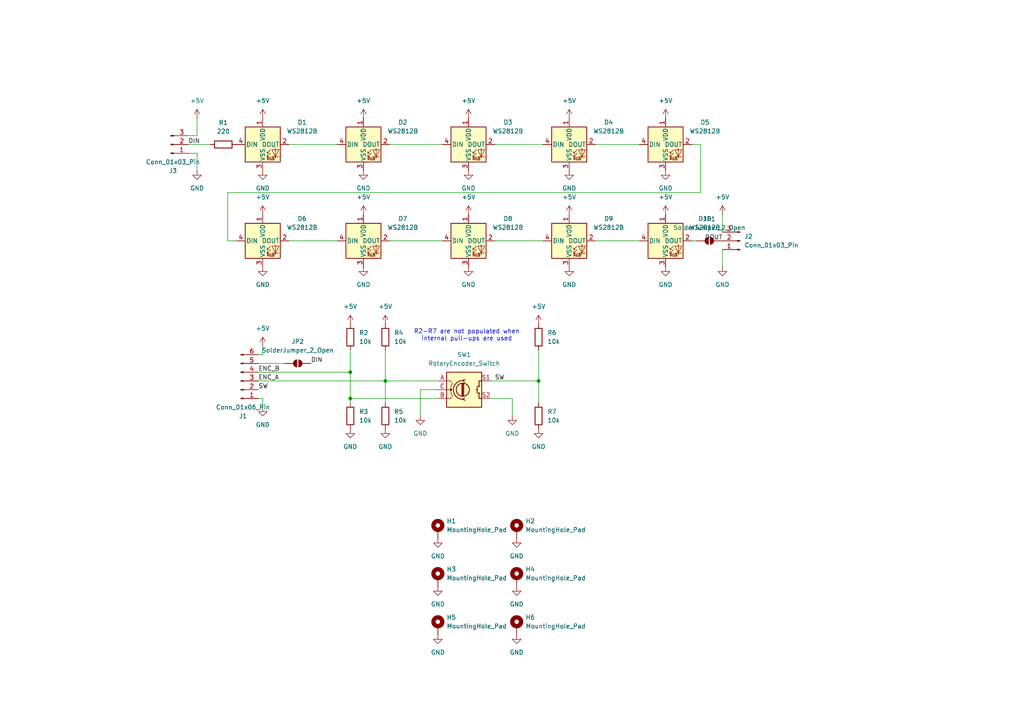
<source format=kicad_sch>
(kicad_sch (version 20250114) (generator "eeschema") (generator_version "9.0")
  (paper "A4")
  (lib_symbols
    (symbol "Connector:Conn_01x03_Pin" (pin_names (offset 1.016) (hide yes))
      (property "Reference" "J" (at 0 5.08 0))
      (property "Value" "Conn_01x03_Pin" (at 0 -5.08 0))
      (symbol "Conn_01x03_Pin_1_1"
        (rectangle (start 0.8636 2.667) (end 0 2.413) (stroke (width 0.1524)) (fill (type outline)))
        (rectangle (start 0.8636 0.127) (end 0 -0.127) (stroke (width 0.1524)) (fill (type outline)))
        (rectangle (start 0.8636 -2.413) (end 0 -2.667) (stroke (width 0.1524)) (fill (type outline)))
        (polyline (pts (xy 1.27 2.54) (xy 0.8636 2.54)) (stroke (width 0.1524)))
        (polyline (pts (xy 1.27 0) (xy 0.8636 0)) (stroke (width 0.1524)))
        (polyline (pts (xy 1.27 -2.54) (xy 0.8636 -2.54)) (stroke (width 0.1524)))
        (pin passive line (at 5.08 2.54 180) (length 3.81) (name "Pin_1") (number "1"))
        (pin passive line (at 5.08 0 180) (length 3.81) (name "Pin_2") (number "2"))
        (pin passive line (at 5.08 -2.54 180) (length 3.81) (name "Pin_3") (number "3"))
      )
    )
    (symbol "Connector:Conn_01x06_Pin" (pin_names (offset 1.016) (hide yes))
      (property "Reference" "J" (at 0 7.62 0))
      (property "Value" "Conn_01x06_Pin" (at 0 -10.16 0))
      (symbol "Conn_01x06_Pin_1_1"
        (rectangle (start 0.8636 5.207) (end 0 4.953) (stroke (width 0.1524)) (fill (type outline)))
        (rectangle (start 0.8636 2.667) (end 0 2.413) (stroke (width 0.1524)) (fill (type outline)))
        (rectangle (start 0.8636 0.127) (end 0 -0.127) (stroke (width 0.1524)) (fill (type outline)))
        (rectangle (start 0.8636 -2.413) (end 0 -2.667) (stroke (width 0.1524)) (fill (type outline)))
        (rectangle (start 0.8636 -4.953) (end 0 -5.207) (stroke (width 0.1524)) (fill (type outline)))
        (rectangle (start 0.8636 -7.493) (end 0 -7.747) (stroke (width 0.1524)) (fill (type outline)))
        (polyline (pts (xy 1.27 5.08) (xy 0.8636 5.08)) (stroke (width 0.1524)))
        (polyline (pts (xy 1.27 2.54) (xy 0.8636 2.54)) (stroke (width 0.1524)))
        (polyline (pts (xy 1.27 0) (xy 0.8636 0)) (stroke (width 0.1524)))
        (polyline (pts (xy 1.27 -2.54) (xy 0.8636 -2.54)) (stroke (width 0.1524)))
        (polyline (pts (xy 1.27 -5.08) (xy 0.8636 -5.08)) (stroke (width 0.1524)))
        (polyline (pts (xy 1.27 -7.62) (xy 0.8636 -7.62)) (stroke (width 0.1524)))
        (pin passive line (at 5.08 5.08 180) (length 3.81) (name "Pin_1") (number "1"))
        (pin passive line (at 5.08 2.54 180) (length 3.81) (name "Pin_2") (number "2"))
        (pin passive line (at 5.08 0 180) (length 3.81) (name "Pin_3") (number "3"))
        (pin passive line (at 5.08 -2.54 180) (length 3.81) (name "Pin_4") (number "4"))
        (pin passive line (at 5.08 -5.08 180) (length 3.81) (name "Pin_5") (number "5"))
        (pin passive line (at 5.08 -7.62 180) (length 3.81) (name "Pin_6") (number "6"))
      )
    )
    (symbol "Device:R" (pin_numbers (hide yes)) (pin_names (offset 0))
      (property "Reference" "R" (at 2.032 0 90))
      (property "Value" "R" (at 0 0 90))
      (symbol "R_0_1"
        (rectangle (start -1.016 -2.54) (end 1.016 2.54) (stroke (width 0.254)))
      )
      (symbol "R_1_1"
        (pin passive line (at 0 3.81 270) (length 1.27) (name "~") (number "1"))
        (pin passive line (at 0 -3.81 90) (length 1.27) (name "~") (number "2"))
      )
    )
    (symbol "Device:RotaryEncoder_Switch" (pin_names (offset 0.254) (hide yes))
      (property "Reference" "SW" (at 0 6.604 0))
      (property "Value" "RotaryEncoder_Switch" (at 0 -6.604 0))
      (symbol "RotaryEncoder_Switch_0_1"
        (rectangle (start -5.08 5.08) (end 5.08 -5.08) (stroke (width 0.254)) (fill (type background)))
        (polyline (pts (xy -5.08 2.54) (xy -3.81 2.54) (xy -3.81 2.032)))
        (polyline (pts (xy -5.08 0) (xy -3.81 0) (xy -3.81 -1.016) (xy -3.302 -2.032)))
        (polyline (pts (xy -5.08 -2.54) (xy -3.81 -2.54) (xy -3.81 -2.032)))
        (polyline (pts (xy -4.318 0) (xy -3.81 0) (xy -3.81 1.016) (xy -3.302 2.032)))
        (circle (center -3.81 0) (radius 0.254) (fill (type outline)))
        (polyline (pts (xy -0.635 -1.778) (xy -0.635 1.778)) (stroke (width 0.254)))
        (circle (center -0.381 0) (radius 1.905) (stroke (width 0.254)))
        (polyline (pts (xy -0.381 -1.778) (xy -0.381 1.778)) (stroke (width 0.254)))
        (arc (start -0.381 -2.794) (mid -3.0988 -0.0635) (end -0.381 2.667) (stroke (width 0.254)))
        (polyline (pts (xy -0.127 1.778) (xy -0.127 -1.778)) (stroke (width 0.254)))
        (polyline (pts (xy 0.254 2.921) (xy -0.508 2.667) (xy 0.127 2.286)) (stroke (width 0.254)))
        (polyline (pts (xy 0.254 -3.048) (xy -0.508 -2.794) (xy 0.127 -2.413)) (stroke (width 0.254)))
        (polyline (pts (xy 3.81 1.016) (xy 3.81 -1.016)) (stroke (width 0.254)))
        (polyline (pts (xy 3.81 0) (xy 3.429 0)) (stroke (width 0.254)))
        (circle (center 4.318 1.016) (radius 0.127) (stroke (width 0.254)))
        (circle (center 4.318 -1.016) (radius 0.127) (stroke (width 0.254)))
        (polyline (pts (xy 5.08 2.54) (xy 4.318 2.54) (xy 4.318 1.016)) (stroke (width 0.254)))
        (polyline (pts (xy 5.08 -2.54) (xy 4.318 -2.54) (xy 4.318 -1.016)) (stroke (width 0.254)))
      )
      (symbol "RotaryEncoder_Switch_1_1"
        (pin passive line (at -7.62 2.54 0) (length 2.54) (name "A") (number "A"))
        (pin passive line (at -7.62 0 0) (length 2.54) (name "C") (number "C"))
        (pin passive line (at -7.62 -2.54 0) (length 2.54) (name "B") (number "B"))
        (pin passive line (at 7.62 2.54 180) (length 2.54) (name "S1") (number "S1"))
        (pin passive line (at 7.62 -2.54 180) (length 2.54) (name "S2") (number "S2"))
      )
    )
    (symbol "Jumper:SolderJumper_2_Open" (pin_numbers (hide yes)) (pin_names (offset 0) (hide yes)) (in_bom no)
      (property "Reference" "JP" (at 0 2.032 0))
      (property "Value" "SolderJumper_2_Open" (at 0 -2.54 0))
      (symbol "SolderJumper_2_Open_0_1"
        (polyline (pts (xy -0.254 1.016) (xy -0.254 -1.016)))
        (arc (start -0.254 -1.016) (mid -1.2656 0) (end -0.254 1.016))
        (arc (start -0.254 -1.016) (mid -1.2656 0) (end -0.254 1.016) (fill (type outline)))
        (arc (start 0.254 1.016) (mid 1.2656 0) (end 0.254 -1.016))
        (arc (start 0.254 1.016) (mid 1.2656 0) (end 0.254 -1.016) (fill (type outline)))
        (polyline (pts (xy 0.254 1.016) (xy 0.254 -1.016)))
      )
      (symbol "SolderJumper_2_Open_1_1"
        (pin passive line (at -3.81 0 0) (length 2.54) (name "A") (number "1"))
        (pin passive line (at 3.81 0 180) (length 2.54) (name "B") (number "2"))
      )
    )
    (symbol "LED:WS2812B" (pin_names (offset 0.254))
      (property "Reference" "D" (at 5.08 5.715 0))
      (property "Value" "WS2812B" (at 1.27 -5.715 0))
      (symbol "WS2812B_0_0"
        (text "RGB" (at 2.286 -4.191 0) (effects (font (size 0.762 0.762))))
      )
      (symbol "WS2812B_0_1"
        (polyline (pts (xy 1.27 -2.54) (xy 1.778 -2.54)))
        (polyline (pts (xy 1.27 -3.556) (xy 1.778 -3.556)))
        (polyline (pts (xy 2.286 -1.524) (xy 1.27 -2.54) (xy 1.27 -2.032)))
        (polyline (pts (xy 2.286 -2.54) (xy 1.27 -3.556) (xy 1.27 -3.048)))
        (polyline (pts (xy 3.683 -1.016) (xy 3.683 -3.556) (xy 3.683 -4.064)))
        (polyline (pts (xy 4.699 -1.524) (xy 2.667 -1.524) (xy 3.683 -3.556) (xy 4.699 -1.524)))
        (polyline (pts (xy 4.699 -3.556) (xy 2.667 -3.556)))
        (rectangle (start 5.08 5.08) (end -5.08 -5.08) (stroke (width 0.254)) (fill (type background)))
      )
      (symbol "WS2812B_1_1"
        (pin input line (at -7.62 0 0) (length 2.54) (name "DIN") (number "4"))
        (pin power_in line (at 0 7.62 270) (length 2.54) (name "VDD") (number "1"))
        (pin power_in line (at 0 -7.62 90) (length 2.54) (name "VSS") (number "3"))
        (pin output line (at 7.62 0 180) (length 2.54) (name "DOUT") (number "2"))
      )
    )
    (symbol "Mechanical:MountingHole_Pad" (pin_numbers (hide yes)) (pin_names (offset 1.016) (hide yes)) (in_bom no)
      (property "Reference" "H" (at 0 6.35 0))
      (property "Value" "MountingHole_Pad" (at 0 4.445 0))
      (symbol "MountingHole_Pad_0_1"
        (circle (center 0 1.27) (radius 1.27) (stroke (width 1.27)))
      )
      (symbol "MountingHole_Pad_1_1"
        (pin input line (at 0 -2.54 90) (length 2.54) (name "1") (number "1"))
      )
    )
    (symbol "power:GND" (power) (pin_numbers (hide yes)) (pin_names (offset 0) (hide yes))
      (property "Value" "GND" (at 0 -3.81 0))
      (symbol "GND_0_1"
        (polyline (pts (xy 0 0) (xy 0 -1.27) (xy 1.27 -1.27) (xy 0 -2.54) (xy -1.27 -1.27) (xy 0 -1.27)))
      )
      (symbol "GND_1_1"
        (pin power_in line (at 0 0 270) (length 0) (name "~") (number "1"))
      )
    )
    (symbol "power:VCC" (power) (pin_numbers (hide yes)) (pin_names (offset 0) (hide yes))
      (property "Value" "VCC" (at 0 3.556 0))
      (symbol "VCC_0_1"
        (polyline (pts (xy -0.762 1.27) (xy 0 2.54)))
        (polyline (pts (xy 0 2.54) (xy 0.762 1.27)))
        (polyline (pts (xy 0 0) (xy 0 2.54)))
      )
      (symbol "VCC_1_1"
        (pin power_in line (at 0 0 90) (length 0) (name "~") (number "1"))
      )
    )
  )
  (text "R2-R7 are not populated when\ninternal pull-ups are used" (at 135.382 97.282 0) (effects (font (size 1.27 1.27))))
  (junction (at 101.6 115.57))
  (junction (at 101.6 107.95))
  (junction (at 156.21 110.49))
  (junction (at 111.76 110.49))
  (wire (pts (xy 66.04 69.85) (xy 68.58 69.85)))
  (wire (pts (xy 54.61 44.45) (xy 57.15 44.45)))
  (wire (pts (xy 172.72 41.91) (xy 185.42 41.91)))
  (wire (pts (xy 74.93 110.49) (xy 111.76 110.49)))
  (wire (pts (xy 113.03 69.85) (xy 128.27 69.85)))
  (wire (pts (xy 76.2 102.87) (xy 74.93 102.87)))
  (wire (pts (xy 57.15 34.29) (xy 57.15 39.37)))
  (wire (pts (xy 101.6 101.6) (xy 101.6 107.95)))
  (wire (pts (xy 143.51 41.91) (xy 157.48 41.91)))
  (wire (pts (xy 54.61 41.91) (xy 60.96 41.91)))
  (wire (pts (xy 76.2 115.57) (xy 74.93 115.57)))
  (wire (pts (xy 76.2 118.11) (xy 76.2 115.57)))
  (wire (pts (xy 203.2 55.88) (xy 66.04 55.88)))
  (wire (pts (xy 111.76 101.6) (xy 111.76 110.49)))
  (wire (pts (xy 148.59 115.57) (xy 148.59 120.65)))
  (wire (pts (xy 111.76 110.49) (xy 111.76 116.84)))
  (wire (pts (xy 57.15 39.37) (xy 54.61 39.37)))
  (wire (pts (xy 113.03 41.91) (xy 128.27 41.91)))
  (wire (pts (xy 209.55 62.23) (xy 209.55 67.31)))
  (wire (pts (xy 101.6 115.57) (xy 101.6 116.84)))
  (wire (pts (xy 121.92 113.03) (xy 121.92 120.65)))
  (wire (pts (xy 83.82 69.85) (xy 97.79 69.85)))
  (wire (pts (xy 66.04 55.88) (xy 66.04 69.85)))
  (wire (pts (xy 127 113.03) (xy 121.92 113.03)))
  (wire (pts (xy 101.6 107.95) (xy 101.6 115.57)))
  (wire (pts (xy 209.55 72.39) (xy 209.55 77.47)))
  (wire (pts (xy 203.2 41.91) (xy 203.2 55.88)))
  (wire (pts (xy 74.93 107.95) (xy 101.6 107.95)))
  (wire (pts (xy 76.2 102.87) (xy 76.2 100.33)))
  (wire (pts (xy 142.24 110.49) (xy 156.21 110.49)))
  (wire (pts (xy 200.66 69.85) (xy 201.93 69.85)))
  (wire (pts (xy 127 115.57) (xy 101.6 115.57)))
  (wire (pts (xy 57.15 44.45) (xy 57.15 49.53)))
  (wire (pts (xy 143.51 69.85) (xy 157.48 69.85)))
  (wire (pts (xy 172.72 69.85) (xy 185.42 69.85)))
  (wire (pts (xy 74.93 105.41) (xy 82.55 105.41)))
  (wire (pts (xy 156.21 116.84) (xy 156.21 110.49)))
  (wire (pts (xy 142.24 115.57) (xy 148.59 115.57)))
  (wire (pts (xy 127 110.49) (xy 111.76 110.49)))
  (wire (pts (xy 200.66 41.91) (xy 203.2 41.91)))
  (wire (pts (xy 83.82 41.91) (xy 97.79 41.91)))
  (wire (pts (xy 156.21 101.6) (xy 156.21 110.49)))
  (label "ENC_B" (at 74.93 107.95 0))
  (label "ENC_A" (at 74.93 110.49 0))
  (label "DIN" (at 90.17 105.41 0))
  (label "DIN" (at 54.61 41.91 0))
  (label "DOUT" (at 204.47 69.85 0))
  (label "SW" (at 74.93 113.03 0))
  (label "SW" (at 143.51 110.49 0))
  (symbol (lib_id "Connector:Conn_01x03_Pin") (at 214.63 69.85 180) (unit 1)
    (property "Reference" "J2" (at 215.9 68.5799 0) (effects (justify right)))
    (property "Value" "Conn_01x03_Pin" (at 215.9 71.1199 0) (effects (justify right)))
    (property "Footprint" "Connector_JST:JST_XH_S3B-XH-A_1x03_P2.50mm_Horizontal" (effects (hide yes)))
    (property "Description" "Generic connector, single row, 01x03, script generated" (effects (hide yes)))
  )
  (symbol (lib_id "power:GND") (at 127 184.15 0) (unit 1)
    (property "Reference" "#PWR039" (effects (hide yes)))
    (property "Value" "GND" (at 127 189.23 0))
    (property "Description" "Power symbol creates a global label with name \"GND\" , ground" (effects (hide yes)))
  )
  (symbol (lib_id "power:GND") (at 156.21 124.46 0) (unit 1)
    (property "Reference" "#PWR038" (effects (hide yes)))
    (property "Value" "GND" (at 156.21 129.54 0))
    (property "Description" "Power symbol creates a global label with name \"GND\" , ground" (effects (hide yes)))
  )
  (symbol (lib_id "power:VCC") (at 165.1 34.29 0) (unit 1)
    (property "Reference" "#PWR028" (effects (hide yes)))
    (property "Value" "+5V" (at 165.1 29.21 0))
    (property "Description" "Power symbol creates a global label with name \"VCC\"" (effects (hide yes)))
  )
  (symbol (lib_id "LED:WS2812B") (at 135.89 41.91 0) (unit 1)
    (property "Reference" "D3" (at 147.32 35.4898 0))
    (property "Value" "WS2812B" (at 147.32 38.0298 0))
    (property "Footprint" "LED_SMD:LED_WS2812B_PLCC4_5.0x5.0mm_P3.2mm" (effects (hide yes)))
    (property "Datasheet" "https://cdn-shop.adafruit.com/datasheets/WS2812B.pdf" (effects (hide yes)))
    (property "Description" "RGB LED with integrated controller" (effects (hide yes)))
  )
  (symbol (lib_id "LED:WS2812B") (at 165.1 41.91 0) (unit 1)
    (property "Reference" "D4" (at 176.53 35.4898 0))
    (property "Value" "WS2812B" (at 176.53 38.0298 0))
    (property "Footprint" "LED_SMD:LED_WS2812B_PLCC4_5.0x5.0mm_P3.2mm" (effects (hide yes)))
    (property "Datasheet" "https://cdn-shop.adafruit.com/datasheets/WS2812B.pdf" (effects (hide yes)))
    (property "Description" "RGB LED with integrated controller" (effects (hide yes)))
  )
  (symbol (lib_id "power:GND") (at 57.15 49.53 0) (unit 1)
    (property "Reference" "#PWR024" (effects (hide yes)))
    (property "Value" "GND" (at 57.15 54.61 0))
    (property "Description" "Power symbol creates a global label with name \"GND\" , ground" (effects (hide yes)))
  )
  (symbol (lib_id "Jumper:SolderJumper_2_Open") (at 86.36 105.41 0) (unit 1) (in_bom no)
    (property "Reference" "JP2" (at 86.36 99.06 0))
    (property "Value" "SolderJumper_2_Open" (at 86.36 101.6 0))
    (property "Footprint" "Jumper:SolderJumper-2_P1.3mm_Open_RoundedPad1.0x1.5mm" (effects (hide yes)))
    (property "Description" "Solder Jumper, 2-pole, open" (effects (hide yes)))
  )
  (symbol (lib_id "power:GND") (at 149.86 184.15 0) (unit 1)
    (property "Reference" "#PWR040" (effects (hide yes)))
    (property "Value" "GND" (at 149.86 189.23 0))
    (property "Description" "Power symbol creates a global label with name \"GND\" , ground" (effects (hide yes)))
  )
  (symbol (lib_id "power:GND") (at 127 170.18 0) (unit 1)
    (property "Reference" "#PWR013" (effects (hide yes)))
    (property "Value" "GND" (at 127 175.26 0))
    (property "Description" "Power symbol creates a global label with name \"GND\" , ground" (effects (hide yes)))
  )
  (symbol (lib_id "power:VCC") (at 101.6 93.98 0) (unit 1)
    (property "Reference" "#PWR03" (effects (hide yes)))
    (property "Value" "+5V" (at 101.6 88.9 0))
    (property "Description" "Power symbol creates a global label with name \"VCC\"" (effects (hide yes)))
  )
  (symbol (lib_id "power:VCC") (at 135.89 62.23 0) (unit 1)
    (property "Reference" "#PWR032" (effects (hide yes)))
    (property "Value" "+5V" (at 135.89 57.15 0))
    (property "Description" "Power symbol creates a global label with name \"VCC\"" (effects (hide yes)))
  )
  (symbol (lib_id "power:GND") (at 149.86 170.18 0) (unit 1)
    (property "Reference" "#PWR014" (effects (hide yes)))
    (property "Value" "GND" (at 149.86 175.26 0))
    (property "Description" "Power symbol creates a global label with name \"GND\" , ground" (effects (hide yes)))
  )
  (symbol (lib_id "Connector:Conn_01x03_Pin") (at 49.53 41.91 0) (mirror x) (unit 1)
    (property "Reference" "J3" (at 50.165 49.53 0))
    (property "Value" "Conn_01x03_Pin" (at 50.165 46.99 0))
    (property "Footprint" "Connector_JST:JST_XH_S3B-XH-A_1x03_P2.50mm_Horizontal" (effects (hide yes)))
    (property "Description" "Generic connector, single row, 01x03, script generated" (effects (hide yes)))
  )
  (symbol (lib_id "power:GND") (at 76.2 118.11 0) (unit 1)
    (property "Reference" "#PWR010" (effects (hide yes)))
    (property "Value" "GND" (at 76.2 123.19 0))
    (property "Description" "Power symbol creates a global label with name \"GND\" , ground" (effects (hide yes)))
  )
  (symbol (lib_id "Mechanical:MountingHole_Pad") (at 127 153.67 0) (unit 1) (in_bom no)
    (property "Reference" "H1" (at 129.54 151.1299 0) (effects (justify left)))
    (property "Value" "MountingHole_Pad" (at 129.54 153.6699 0) (effects (justify left)))
    (property "Footprint" "MountingHole:MountingHole_3.2mm_M3_Pad_Via" (effects (hide yes)))
    (property "Description" "Mounting Hole with connection" (effects (hide yes)))
  )
  (symbol (lib_id "LED:WS2812B") (at 193.04 41.91 0) (unit 1)
    (property "Reference" "D5" (at 204.47 35.4898 0))
    (property "Value" "WS2812B" (at 204.47 38.0298 0))
    (property "Footprint" "LED_SMD:LED_WS2812B_PLCC4_5.0x5.0mm_P3.2mm" (effects (hide yes)))
    (property "Datasheet" "https://cdn-shop.adafruit.com/datasheets/WS2812B.pdf" (effects (hide yes)))
    (property "Description" "RGB LED with integrated controller" (effects (hide yes)))
  )
  (symbol (lib_id "LED:WS2812B") (at 76.2 69.85 0) (unit 1)
    (property "Reference" "D6" (at 87.63 63.4298 0))
    (property "Value" "WS2812B" (at 87.63 65.9698 0))
    (property "Footprint" "LED_SMD:LED_WS2812B_PLCC4_5.0x5.0mm_P3.2mm" (effects (hide yes)))
    (property "Datasheet" "https://cdn-shop.adafruit.com/datasheets/WS2812B.pdf" (effects (hide yes)))
    (property "Description" "RGB LED with integrated controller" (effects (hide yes)))
  )
  (symbol (lib_id "power:GND") (at 209.55 77.47 0) (unit 1)
    (property "Reference" "#PWR08" (effects (hide yes)))
    (property "Value" "GND" (at 209.55 82.55 0))
    (property "Description" "Power symbol creates a global label with name \"GND\" , ground" (effects (hide yes)))
  )
  (symbol (lib_id "power:GND") (at 76.2 49.53 0) (unit 1)
    (property "Reference" "#PWR019" (effects (hide yes)))
    (property "Value" "GND" (at 76.2 54.61 0))
    (property "Description" "Power symbol creates a global label with name \"GND\" , ground" (effects (hide yes)))
  )
  (symbol (lib_id "power:VCC") (at 135.89 34.29 0) (unit 1)
    (property "Reference" "#PWR027" (effects (hide yes)))
    (property "Value" "+5V" (at 135.89 29.21 0))
    (property "Description" "Power symbol creates a global label with name \"VCC\"" (effects (hide yes)))
  )
  (symbol (lib_id "power:VCC") (at 156.21 93.98 0) (unit 1)
    (property "Reference" "#PWR05" (effects (hide yes)))
    (property "Value" "+5V" (at 156.21 88.9 0))
    (property "Description" "Power symbol creates a global label with name \"VCC\"" (effects (hide yes)))
  )
  (symbol (lib_id "Device:R") (at 156.21 120.65 0) (unit 1)
    (property "Reference" "R7" (at 158.75 119.3799 0) (effects (justify left)))
    (property "Value" "10k" (at 158.75 121.9199 0) (effects (justify left)))
    (property "Footprint" "Resistor_SMD:R_0805_2012Metric_Pad1.20x1.40mm_HandSolder" (effects (hide yes)))
    (property "Description" "Resistor" (effects (hide yes)))
  )
  (symbol (lib_id "power:VCC") (at 76.2 34.29 0) (unit 1)
    (property "Reference" "#PWR025" (effects (hide yes)))
    (property "Value" "+5V" (at 76.2 29.21 0))
    (property "Description" "Power symbol creates a global label with name \"VCC\"" (effects (hide yes)))
  )
  (symbol (lib_id "Device:R") (at 101.6 120.65 0) (unit 1)
    (property "Reference" "R3" (at 104.14 119.3799 0) (effects (justify left)))
    (property "Value" "10k" (at 104.14 121.9199 0) (effects (justify left)))
    (property "Footprint" "Resistor_SMD:R_0805_2012Metric_Pad1.20x1.40mm_HandSolder" (effects (hide yes)))
    (property "Description" "Resistor" (effects (hide yes)))
  )
  (symbol (lib_id "Connector:Conn_01x06_Pin") (at 69.85 110.49 0) (mirror x) (unit 1)
    (property "Reference" "J1" (at 70.485 120.65 0))
    (property "Value" "Conn_01x06_Pin" (at 70.485 118.11 0))
    (property "Footprint" "Connector_JST:JST_XH_S6B-XH-A_1x06_P2.50mm_Horizontal" (effects (hide yes)))
    (property "Description" "Generic connector, single row, 01x06, script generated" (effects (hide yes)))
  )
  (symbol (lib_id "Device:R") (at 64.77 41.91 90) (unit 1)
    (property "Reference" "R1" (at 64.77 35.56 90))
    (property "Value" "220" (at 64.77 38.1 90))
    (property "Footprint" "Resistor_SMD:R_0805_2012Metric_Pad1.20x1.40mm_HandSolder" (effects (hide yes)))
    (property "Description" "Resistor" (effects (hide yes)))
  )
  (symbol (lib_id "power:GND") (at 121.92 120.65 0) (unit 1)
    (property "Reference" "#PWR01" (effects (hide yes)))
    (property "Value" "GND" (at 121.92 125.73 0))
    (property "Description" "Power symbol creates a global label with name \"GND\" , ground" (effects (hide yes)))
  )
  (symbol (lib_id "power:VCC") (at 193.04 62.23 0) (unit 1)
    (property "Reference" "#PWR034" (effects (hide yes)))
    (property "Value" "+5V" (at 193.04 57.15 0))
    (property "Description" "Power symbol creates a global label with name \"VCC\"" (effects (hide yes)))
  )
  (symbol (lib_id "power:GND") (at 76.2 77.47 0) (unit 1)
    (property "Reference" "#PWR018" (effects (hide yes)))
    (property "Value" "GND" (at 76.2 82.55 0))
    (property "Description" "Power symbol creates a global label with name \"GND\" , ground" (effects (hide yes)))
  )
  (symbol (lib_id "LED:WS2812B") (at 105.41 41.91 0) (unit 1)
    (property "Reference" "D2" (at 116.84 35.4898 0))
    (property "Value" "WS2812B" (at 116.84 38.0298 0))
    (property "Footprint" "LED_SMD:LED_WS2812B_PLCC4_5.0x5.0mm_P3.2mm" (effects (hide yes)))
    (property "Datasheet" "https://cdn-shop.adafruit.com/datasheets/WS2812B.pdf" (effects (hide yes)))
    (property "Description" "RGB LED with integrated controller" (effects (hide yes)))
  )
  (symbol (lib_id "power:GND") (at 105.41 49.53 0) (unit 1)
    (property "Reference" "#PWR020" (effects (hide yes)))
    (property "Value" "GND" (at 105.41 54.61 0))
    (property "Description" "Power symbol creates a global label with name \"GND\" , ground" (effects (hide yes)))
  )
  (symbol (lib_id "power:VCC") (at 76.2 62.23 0) (unit 1)
    (property "Reference" "#PWR030" (effects (hide yes)))
    (property "Value" "+5V" (at 76.2 57.15 0))
    (property "Description" "Power symbol creates a global label with name \"VCC\"" (effects (hide yes)))
  )
  (symbol (lib_id "power:GND") (at 135.89 49.53 0) (unit 1)
    (property "Reference" "#PWR021" (effects (hide yes)))
    (property "Value" "GND" (at 135.89 54.61 0))
    (property "Description" "Power symbol creates a global label with name \"GND\" , ground" (effects (hide yes)))
  )
  (symbol (lib_id "power:VCC") (at 209.55 62.23 0) (unit 1)
    (property "Reference" "#PWR035" (effects (hide yes)))
    (property "Value" "+5V" (at 209.55 57.15 0))
    (property "Description" "Power symbol creates a global label with name \"VCC\"" (effects (hide yes)))
  )
  (symbol (lib_id "LED:WS2812B") (at 165.1 69.85 0) (unit 1)
    (property "Reference" "D9" (at 176.53 63.4298 0))
    (property "Value" "WS2812B" (at 176.53 65.9698 0))
    (property "Footprint" "LED_SMD:LED_WS2812B_PLCC4_5.0x5.0mm_P3.2mm" (effects (hide yes)))
    (property "Datasheet" "https://cdn-shop.adafruit.com/datasheets/WS2812B.pdf" (effects (hide yes)))
    (property "Description" "RGB LED with integrated controller" (effects (hide yes)))
  )
  (symbol (lib_id "power:VCC") (at 105.41 62.23 0) (unit 1)
    (property "Reference" "#PWR031" (effects (hide yes)))
    (property "Value" "+5V" (at 105.41 57.15 0))
    (property "Description" "Power symbol creates a global label with name \"VCC\"" (effects (hide yes)))
  )
  (symbol (lib_id "Device:R") (at 111.76 120.65 0) (unit 1)
    (property "Reference" "R5" (at 114.3 119.3799 0) (effects (justify left)))
    (property "Value" "10k" (at 114.3 121.9199 0) (effects (justify left)))
    (property "Footprint" "Resistor_SMD:R_0805_2012Metric_Pad1.20x1.40mm_HandSolder" (effects (hide yes)))
    (property "Description" "Resistor" (effects (hide yes)))
  )
  (symbol (lib_id "power:VCC") (at 111.76 93.98 0) (unit 1)
    (property "Reference" "#PWR04" (effects (hide yes)))
    (property "Value" "+5V" (at 111.76 88.9 0))
    (property "Description" "Power symbol creates a global label with name \"VCC\"" (effects (hide yes)))
  )
  (symbol (lib_id "power:GND") (at 149.86 156.21 0) (unit 1)
    (property "Reference" "#PWR012" (effects (hide yes)))
    (property "Value" "GND" (at 149.86 161.29 0))
    (property "Description" "Power symbol creates a global label with name \"GND\" , ground" (effects (hide yes)))
  )
  (symbol (lib_id "power:GND") (at 165.1 49.53 0) (unit 1)
    (property "Reference" "#PWR022" (effects (hide yes)))
    (property "Value" "GND" (at 165.1 54.61 0))
    (property "Description" "Power symbol creates a global label with name \"GND\" , ground" (effects (hide yes)))
  )
  (symbol (lib_id "power:VCC") (at 193.04 34.29 0) (unit 1)
    (property "Reference" "#PWR029" (effects (hide yes)))
    (property "Value" "+5V" (at 193.04 29.21 0))
    (property "Description" "Power symbol creates a global label with name \"VCC\"" (effects (hide yes)))
  )
  (symbol (lib_id "power:GND") (at 105.41 77.47 0) (unit 1)
    (property "Reference" "#PWR017" (effects (hide yes)))
    (property "Value" "GND" (at 105.41 82.55 0))
    (property "Description" "Power symbol creates a global label with name \"GND\" , ground" (effects (hide yes)))
  )
  (symbol (lib_id "power:GND") (at 193.04 77.47 0) (unit 1)
    (property "Reference" "#PWR07" (effects (hide yes)))
    (property "Value" "GND" (at 193.04 82.55 0))
    (property "Description" "Power symbol creates a global label with name \"GND\" , ground" (effects (hide yes)))
  )
  (symbol (lib_id "Jumper:SolderJumper_2_Open") (at 205.74 69.85 0) (unit 1) (in_bom no)
    (property "Reference" "JP1" (at 205.74 63.5 0))
    (property "Value" "SolderJumper_2_Open" (at 205.74 66.04 0))
    (property "Footprint" "Jumper:SolderJumper-2_P1.3mm_Open_RoundedPad1.0x1.5mm" (effects (hide yes)))
    (property "Description" "Solder Jumper, 2-pole, open" (effects (hide yes)))
  )
  (symbol (lib_id "power:VCC") (at 57.15 34.29 0) (unit 1)
    (property "Reference" "#PWR06" (effects (hide yes)))
    (property "Value" "+5V" (at 57.15 29.21 0))
    (property "Description" "Power symbol creates a global label with name \"VCC\"" (effects (hide yes)))
  )
  (symbol (lib_id "Mechanical:MountingHole_Pad") (at 149.86 167.64 0) (unit 1) (in_bom no)
    (property "Reference" "H4" (at 152.4 165.0999 0) (effects (justify left)))
    (property "Value" "MountingHole_Pad" (at 152.4 167.6399 0) (effects (justify left)))
    (property "Footprint" "MountingHole:MountingHole_3.2mm_M3_Pad_Via" (effects (hide yes)))
    (property "Description" "Mounting Hole with connection" (effects (hide yes)))
  )
  (symbol (lib_id "Device:RotaryEncoder_Switch") (at 134.62 113.03 0) (unit 1)
    (property "Reference" "SW1" (at 134.62 102.87 0))
    (property "Value" "RotaryEncoder_Switch" (at 134.62 105.41 0))
    (property "Footprint" "Rotary_Encoder:RotaryEncoder_Bourns_Vertical_PEC12R-3x17F-Sxxxx" (effects (hide yes)))
    (property "Description" "Rotary encoder, dual channel, incremental quadrate outputs, with switch" (effects (hide yes)))
  )
  (symbol (lib_id "power:GND") (at 193.04 49.53 0) (unit 1)
    (property "Reference" "#PWR023" (effects (hide yes)))
    (property "Value" "GND" (at 193.04 54.61 0))
    (property "Description" "Power symbol creates a global label with name \"GND\" , ground" (effects (hide yes)))
  )
  (symbol (lib_id "Mechanical:MountingHole_Pad") (at 127 167.64 0) (unit 1) (in_bom no)
    (property "Reference" "H3" (at 129.54 165.0999 0) (effects (justify left)))
    (property "Value" "MountingHole_Pad" (at 129.54 167.6399 0) (effects (justify left)))
    (property "Footprint" "MountingHole:MountingHole_3.2mm_M3_Pad_Via" (effects (hide yes)))
    (property "Description" "Mounting Hole with connection" (effects (hide yes)))
  )
  (symbol (lib_id "Device:R") (at 111.76 97.79 0) (unit 1)
    (property "Reference" "R4" (at 114.3 96.5199 0) (effects (justify left)))
    (property "Value" "10k" (at 114.3 99.0599 0) (effects (justify left)))
    (property "Footprint" "Resistor_SMD:R_0805_2012Metric_Pad1.20x1.40mm_HandSolder" (effects (hide yes)))
    (property "Description" "Resistor" (effects (hide yes)))
  )
  (symbol (lib_id "Device:R") (at 156.21 97.79 0) (unit 1)
    (property "Reference" "R6" (at 158.75 96.5199 0) (effects (justify left)))
    (property "Value" "10k" (at 158.75 99.0599 0) (effects (justify left)))
    (property "Footprint" "Resistor_SMD:R_0805_2012Metric_Pad1.20x1.40mm_HandSolder" (effects (hide yes)))
    (property "Description" "Resistor" (effects (hide yes)))
  )
  (symbol (lib_id "LED:WS2812B") (at 76.2 41.91 0) (unit 1)
    (property "Reference" "D1" (at 87.63 35.4898 0))
    (property "Value" "WS2812B" (at 87.63 38.0298 0))
    (property "Footprint" "LED_SMD:LED_WS2812B_PLCC4_5.0x5.0mm_P3.2mm" (effects (hide yes)))
    (property "Datasheet" "https://cdn-shop.adafruit.com/datasheets/WS2812B.pdf" (effects (hide yes)))
    (property "Description" "RGB LED with integrated controller" (effects (hide yes)))
  )
  (symbol (lib_id "power:VCC") (at 165.1 62.23 0) (unit 1)
    (property "Reference" "#PWR033" (effects (hide yes)))
    (property "Value" "+5V" (at 165.1 57.15 0))
    (property "Description" "Power symbol creates a global label with name \"VCC\"" (effects (hide yes)))
  )
  (symbol (lib_id "LED:WS2812B") (at 193.04 69.85 0) (unit 1)
    (property "Reference" "D10" (at 204.47 63.4298 0))
    (property "Value" "WS2812B" (at 204.47 65.9698 0))
    (property "Footprint" "LED_SMD:LED_WS2812B_PLCC4_5.0x5.0mm_P3.2mm" (effects (hide yes)))
    (property "Datasheet" "https://cdn-shop.adafruit.com/datasheets/WS2812B.pdf" (effects (hide yes)))
    (property "Description" "RGB LED with integrated controller" (effects (hide yes)))
  )
  (symbol (lib_id "LED:WS2812B") (at 105.41 69.85 0) (unit 1)
    (property "Reference" "D7" (at 116.84 63.4298 0))
    (property "Value" "WS2812B" (at 116.84 65.9698 0))
    (property "Footprint" "LED_SMD:LED_WS2812B_PLCC4_5.0x5.0mm_P3.2mm" (effects (hide yes)))
    (property "Datasheet" "https://cdn-shop.adafruit.com/datasheets/WS2812B.pdf" (effects (hide yes)))
    (property "Description" "RGB LED with integrated controller" (effects (hide yes)))
  )
  (symbol (lib_id "Mechanical:MountingHole_Pad") (at 127 181.61 0) (unit 1) (in_bom no)
    (property "Reference" "H5" (at 129.54 179.0699 0) (effects (justify left)))
    (property "Value" "MountingHole_Pad" (at 129.54 181.6099 0) (effects (justify left)))
    (property "Footprint" "MountingHole:MountingHole_2.5mm_Pad_Via" (effects (hide yes)))
    (property "Description" "Mounting Hole with connection" (effects (hide yes)))
  )
  (symbol (lib_id "Mechanical:MountingHole_Pad") (at 149.86 153.67 0) (unit 1) (in_bom no)
    (property "Reference" "H2" (at 152.4 151.1299 0) (effects (justify left)))
    (property "Value" "MountingHole_Pad" (at 152.4 153.6699 0) (effects (justify left)))
    (property "Footprint" "MountingHole:MountingHole_3.2mm_M3_Pad_Via" (effects (hide yes)))
    (property "Description" "Mounting Hole with connection" (effects (hide yes)))
  )
  (symbol (lib_id "power:VCC") (at 105.41 34.29 0) (unit 1)
    (property "Reference" "#PWR026" (effects (hide yes)))
    (property "Value" "+5V" (at 105.41 29.21 0))
    (property "Description" "Power symbol creates a global label with name \"VCC\"" (effects (hide yes)))
  )
  (symbol (lib_id "power:GND") (at 127 156.21 0) (unit 1)
    (property "Reference" "#PWR011" (effects (hide yes)))
    (property "Value" "GND" (at 127 161.29 0))
    (property "Description" "Power symbol creates a global label with name \"GND\" , ground" (effects (hide yes)))
  )
  (symbol (lib_id "power:GND") (at 165.1 77.47 0) (unit 1)
    (property "Reference" "#PWR015" (effects (hide yes)))
    (property "Value" "GND" (at 165.1 82.55 0))
    (property "Description" "Power symbol creates a global label with name \"GND\" , ground" (effects (hide yes)))
  )
  (symbol (lib_id "LED:WS2812B") (at 135.89 69.85 0) (unit 1)
    (property "Reference" "D8" (at 147.32 63.4298 0))
    (property "Value" "WS2812B" (at 147.32 65.9698 0))
    (property "Footprint" "LED_SMD:LED_WS2812B_PLCC4_5.0x5.0mm_P3.2mm" (effects (hide yes)))
    (property "Datasheet" "https://cdn-shop.adafruit.com/datasheets/WS2812B.pdf" (effects (hide yes)))
    (property "Description" "RGB LED with integrated controller" (effects (hide yes)))
  )
  (symbol (lib_id "power:GND") (at 148.59 120.65 0) (unit 1)
    (property "Reference" "#PWR02" (effects (hide yes)))
    (property "Value" "GND" (at 148.59 125.73 0))
    (property "Description" "Power symbol creates a global label with name \"GND\" , ground" (effects (hide yes)))
  )
  (symbol (lib_id "power:GND") (at 111.76 124.46 0) (unit 1)
    (property "Reference" "#PWR037" (effects (hide yes)))
    (property "Value" "GND" (at 111.76 129.54 0))
    (property "Description" "Power symbol creates a global label with name \"GND\" , ground" (effects (hide yes)))
  )
  (symbol (lib_id "Mechanical:MountingHole_Pad") (at 149.86 181.61 0) (unit 1) (in_bom no)
    (property "Reference" "H6" (at 152.4 179.0699 0) (effects (justify left)))
    (property "Value" "MountingHole_Pad" (at 152.4 181.6099 0) (effects (justify left)))
    (property "Footprint" "MountingHole:MountingHole_2.5mm_Pad_Via" (effects (hide yes)))
    (property "Description" "Mounting Hole with connection" (effects (hide yes)))
  )
  (symbol (lib_id "power:VCC") (at 76.2 100.33 0) (unit 1)
    (property "Reference" "#PWR09" (effects (hide yes)))
    (property "Value" "+5V" (at 76.2 95.25 0))
    (property "Description" "Power symbol creates a global label with name \"VCC\"" (effects (hide yes)))
  )
  (symbol (lib_id "Device:R") (at 101.6 97.79 0) (unit 1)
    (property "Reference" "R2" (at 104.14 96.5199 0) (effects (justify left)))
    (property "Value" "10k" (at 104.14 99.0599 0) (effects (justify left)))
    (property "Footprint" "Resistor_SMD:R_0805_2012Metric_Pad1.20x1.40mm_HandSolder" (effects (hide yes)))
    (property "Description" "Resistor" (effects (hide yes)))
  )
  (symbol (lib_id "power:GND") (at 135.89 77.47 0) (unit 1)
    (property "Reference" "#PWR016" (effects (hide yes)))
    (property "Value" "GND" (at 135.89 82.55 0))
    (property "Description" "Power symbol creates a global label with name \"GND\" , ground" (effects (hide yes)))
  )
  (symbol (lib_id "power:GND") (at 101.6 124.46 0) (unit 1)
    (property "Reference" "#PWR036" (effects (hide yes)))
    (property "Value" "GND" (at 101.6 129.54 0))
    (property "Description" "Power symbol creates a global label with name \"GND\" , ground" (effects (hide yes)))
  )
)
</source>
